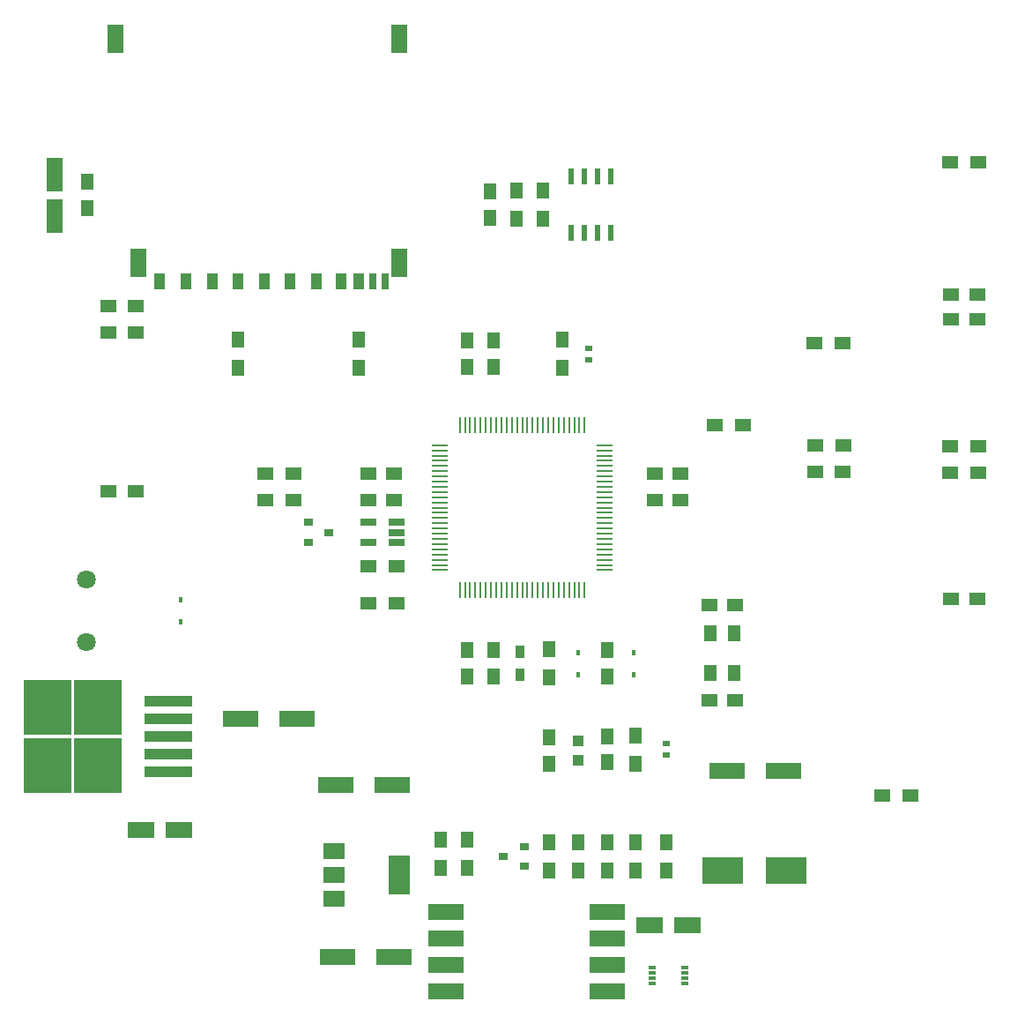
<source format=gbr>
G04 #@! TF.FileFunction,Paste,Top*
%FSLAX46Y46*%
G04 Gerber Fmt 4.6, Leading zero omitted, Abs format (unit mm)*
G04 Created by KiCad (PCBNEW 4.0.7-e2-6376~58~ubuntu16.04.1) date Tue Nov 20 17:15:41 2018*
%MOMM*%
%LPD*%
G01*
G04 APERTURE LIST*
%ADD10C,0.100000*%
%ADD11R,3.500000X1.500000*%
%ADD12R,1.300000X1.600000*%
%ADD13R,1.500000X3.200000*%
%ADD14R,1.250000X1.500000*%
%ADD15R,2.600000X1.600000*%
%ADD16R,3.500000X1.600000*%
%ADD17R,4.000000X2.500000*%
%ADD18R,1.500000X1.250000*%
%ADD19R,0.450000X0.600000*%
%ADD20R,1.000000X1.500000*%
%ADD21R,0.700000X1.500000*%
%ADD22R,1.500000X2.800000*%
%ADD23C,1.800000*%
%ADD24R,0.900000X1.200000*%
%ADD25R,1.300000X1.500000*%
%ADD26R,1.500000X1.300000*%
%ADD27R,0.800000X0.300000*%
%ADD28R,1.560000X0.650000*%
%ADD29R,0.900000X0.800000*%
%ADD30R,4.600000X1.100000*%
%ADD31R,4.550000X5.250000*%
%ADD32R,2.000000X3.800000*%
%ADD33R,2.000000X1.500000*%
%ADD34R,0.600000X1.550000*%
%ADD35R,1.100000X1.050000*%
%ADD36R,0.280000X1.500000*%
%ADD37R,1.500000X0.280000*%
%ADD38R,0.700000X0.600000*%
G04 APERTURE END LIST*
D10*
D11*
X142670380Y-138853420D03*
X158140380Y-141393420D03*
X158140380Y-138853420D03*
X158140380Y-143933420D03*
X158140380Y-146473420D03*
X142670380Y-141393420D03*
X142670380Y-143933420D03*
X142670380Y-146473420D03*
D12*
X170364880Y-115831420D03*
X170364880Y-112031420D03*
X168064880Y-112031420D03*
X168064880Y-115831420D03*
D13*
X105079880Y-72021420D03*
X105079880Y-68021420D03*
D14*
X108254880Y-71239420D03*
X108254880Y-68739420D03*
D15*
X162270380Y-140093420D03*
X165870380Y-140093420D03*
D16*
X169682380Y-125242420D03*
X175082380Y-125242420D03*
D17*
X169268880Y-134818220D03*
X175368880Y-134818220D03*
D16*
X132090380Y-126639420D03*
X137490380Y-126639420D03*
D15*
X117010380Y-130957420D03*
X113410380Y-130957420D03*
D16*
X132250380Y-143149420D03*
X137650380Y-143149420D03*
X122946380Y-120289420D03*
X128346380Y-120289420D03*
D18*
X170464880Y-118503420D03*
X167964880Y-118503420D03*
X167964880Y-109359420D03*
X170464880Y-109359420D03*
D14*
X152577880Y-122079420D03*
X152577880Y-124579420D03*
X158165880Y-121952420D03*
X158165880Y-124452420D03*
X147243880Y-86487420D03*
X147243880Y-83987420D03*
D18*
X162723446Y-99272104D03*
X165223446Y-99272104D03*
X137698880Y-96722920D03*
X135198880Y-96722920D03*
D14*
X147243880Y-113697420D03*
X147243880Y-116197420D03*
X144703880Y-86487420D03*
X144703880Y-83987420D03*
D18*
X162717240Y-96722920D03*
X165217240Y-96722920D03*
X137698880Y-99262920D03*
X135198880Y-99262920D03*
D14*
X144703880Y-113697420D03*
X144703880Y-116197420D03*
X158165880Y-113697420D03*
X158165880Y-116197420D03*
X146875580Y-69653820D03*
X146875580Y-72153820D03*
D18*
X191205880Y-81927420D03*
X193705880Y-81927420D03*
X191205880Y-108724420D03*
X193705880Y-108724420D03*
X191205880Y-79514420D03*
X193705880Y-79514420D03*
D19*
X117170780Y-110916820D03*
X117170780Y-108816820D03*
X155371880Y-113897420D03*
X155371880Y-115997420D03*
X160705880Y-113897420D03*
X160705880Y-115997420D03*
D20*
X117696880Y-78303420D03*
X120196880Y-78303420D03*
X122696880Y-78303420D03*
X125196880Y-78303420D03*
X127696880Y-78303420D03*
X130196880Y-78303420D03*
X132626880Y-78303420D03*
X134326880Y-78303420D03*
X115196880Y-78303420D03*
D21*
X135626880Y-78303420D03*
X136826880Y-78303420D03*
D22*
X113121880Y-76503420D03*
X110921880Y-55003420D03*
X138221880Y-55003420D03*
X138221880Y-76503420D03*
D23*
X108170380Y-112893420D03*
X108170380Y-106893420D03*
D24*
X149783880Y-113847420D03*
X149783880Y-116047420D03*
D25*
X152577880Y-132139420D03*
X152577880Y-134839420D03*
D26*
X110206880Y-80657420D03*
X112906880Y-80657420D03*
D25*
X134327980Y-86587420D03*
X134327980Y-83887420D03*
D26*
X110206880Y-83197420D03*
X112906880Y-83197420D03*
D25*
X122725380Y-83887420D03*
X122725380Y-86587420D03*
X155371880Y-132139420D03*
X155371880Y-134839420D03*
X158165880Y-132139420D03*
X158165880Y-134839420D03*
X163809880Y-134847420D03*
X163809880Y-132147420D03*
X160896500Y-132139420D03*
X160896500Y-134839420D03*
D26*
X184621380Y-127655420D03*
X187321380Y-127655420D03*
X180821400Y-94038140D03*
X178121400Y-94038140D03*
X178111240Y-96583220D03*
X180811240Y-96583220D03*
X168499880Y-92087420D03*
X171199880Y-92087420D03*
X180788500Y-84213800D03*
X178088500Y-84213800D03*
X125319880Y-99262920D03*
X128019880Y-99262920D03*
X125319880Y-96722920D03*
X128019880Y-96722920D03*
X135213180Y-105623080D03*
X137913180Y-105623080D03*
X135213180Y-109159140D03*
X137913180Y-109159140D03*
D25*
X152577880Y-113597420D03*
X152577880Y-116297420D03*
D26*
X110206880Y-98437420D03*
X112906880Y-98437420D03*
D25*
X151999880Y-69553820D03*
X151999880Y-72253820D03*
X149415580Y-69553820D03*
X149415580Y-72253820D03*
X144703880Y-131840080D03*
X144703880Y-134540080D03*
X142158920Y-131840080D03*
X142158920Y-134540080D03*
D26*
X193805880Y-94119420D03*
X191105880Y-94119420D03*
X193805880Y-96659420D03*
X191105880Y-96659420D03*
X193805880Y-66814420D03*
X191105880Y-66814420D03*
D27*
X165620380Y-145643420D03*
X165620380Y-145143420D03*
X165620380Y-144643420D03*
X165620380Y-144143420D03*
X162520380Y-144143420D03*
X162520380Y-144643420D03*
X162520380Y-145143420D03*
X162520380Y-145643420D03*
D28*
X137913180Y-103316800D03*
X137913180Y-102366800D03*
X137913180Y-101416800D03*
X135213180Y-101416800D03*
X135213180Y-103316800D03*
D29*
X129429200Y-101424800D03*
X129429200Y-103324800D03*
X131429200Y-102374800D03*
D30*
X115994380Y-125369420D03*
X115994380Y-123669420D03*
X115994380Y-121969420D03*
X115994380Y-120269420D03*
X115994380Y-118569420D03*
D31*
X104419380Y-119194420D03*
X109269380Y-124744420D03*
X104419380Y-124744420D03*
X109269380Y-119194420D03*
D32*
X138194380Y-135275420D03*
D33*
X131894380Y-135275420D03*
X131894380Y-137575420D03*
X131894380Y-132975420D03*
D34*
X158508780Y-68203820D03*
X157238780Y-68203820D03*
X155968780Y-68203820D03*
X154698780Y-68203820D03*
X154698780Y-73603820D03*
X155968780Y-73603820D03*
X157238780Y-73603820D03*
X158508780Y-73603820D03*
D29*
X150183680Y-134414020D03*
X150183680Y-132514020D03*
X148183680Y-133464020D03*
D35*
X155371880Y-124254420D03*
X155371880Y-122404420D03*
D36*
X143999880Y-107899420D03*
X144499880Y-107899420D03*
X144999880Y-107899420D03*
X145499880Y-107899420D03*
X145999880Y-107899420D03*
X146499880Y-107899420D03*
X146999880Y-107899420D03*
X147499880Y-107899420D03*
X147999880Y-107899420D03*
X148499880Y-107899420D03*
X148999880Y-107899420D03*
X149499880Y-107899420D03*
X149999880Y-107899420D03*
X150499880Y-107899420D03*
X150999880Y-107899420D03*
X151499880Y-107899420D03*
X151999880Y-107899420D03*
X152499880Y-107899420D03*
X152999880Y-107899420D03*
X153499880Y-107899420D03*
X153999880Y-107899420D03*
X154499880Y-107899420D03*
X154999880Y-107899420D03*
X155499880Y-107899420D03*
X155999880Y-107899420D03*
D37*
X157899880Y-105999420D03*
X157899880Y-105499420D03*
X157899880Y-104999420D03*
X157899880Y-104499420D03*
X157899880Y-103999420D03*
X157899880Y-103499420D03*
X157899880Y-102999420D03*
X157899880Y-102499420D03*
X157899880Y-101999420D03*
X157899880Y-101499420D03*
X157899880Y-100999420D03*
X157899880Y-100499420D03*
X157899880Y-99999420D03*
X157899880Y-99499420D03*
X157899880Y-98999420D03*
X157899880Y-98499420D03*
X157899880Y-97999420D03*
X157899880Y-97499420D03*
X157899880Y-96999420D03*
X157899880Y-96499420D03*
X157899880Y-95999420D03*
X157899880Y-95499420D03*
X157899880Y-94999420D03*
X157899880Y-94499420D03*
X157899880Y-93999420D03*
D36*
X155999880Y-92099420D03*
X155499880Y-92099420D03*
X154999880Y-92099420D03*
X154499880Y-92099420D03*
X153999880Y-92099420D03*
X153499880Y-92099420D03*
X152999880Y-92099420D03*
X152499880Y-92099420D03*
X151999880Y-92099420D03*
X151499880Y-92099420D03*
X150999880Y-92099420D03*
X150499880Y-92099420D03*
X149999880Y-92099420D03*
X149499880Y-92099420D03*
X148999880Y-92099420D03*
X148499880Y-92099420D03*
X147999880Y-92099420D03*
X147499880Y-92099420D03*
X146999880Y-92099420D03*
X146499880Y-92099420D03*
X145999880Y-92099420D03*
X145499880Y-92099420D03*
X144999880Y-92099420D03*
X144499880Y-92099420D03*
X143999880Y-92099420D03*
D37*
X142099880Y-93999420D03*
X142099880Y-94499420D03*
X142099880Y-94999420D03*
X142099880Y-95499420D03*
X142099880Y-95999420D03*
X142099880Y-96499420D03*
X142099880Y-96999420D03*
X142099880Y-97499420D03*
X142099880Y-97999420D03*
X142099880Y-98499420D03*
X142099880Y-98999420D03*
X142099880Y-99499420D03*
X142099880Y-99999420D03*
X142099880Y-100499420D03*
X142099880Y-100999420D03*
X142099880Y-101499420D03*
X142099880Y-101999420D03*
X142099880Y-102499420D03*
X142099880Y-102999420D03*
X142099880Y-103499420D03*
X142099880Y-103999420D03*
X142099880Y-104499420D03*
X142099880Y-104999420D03*
X142099880Y-105499420D03*
X142099880Y-105999420D03*
D38*
X163807340Y-122652420D03*
X163807340Y-123752420D03*
X156388000Y-84687420D03*
X156388000Y-85787420D03*
D25*
X160896500Y-121852420D03*
X160896500Y-124552420D03*
X153848000Y-86579800D03*
X153848000Y-83879800D03*
M02*

</source>
